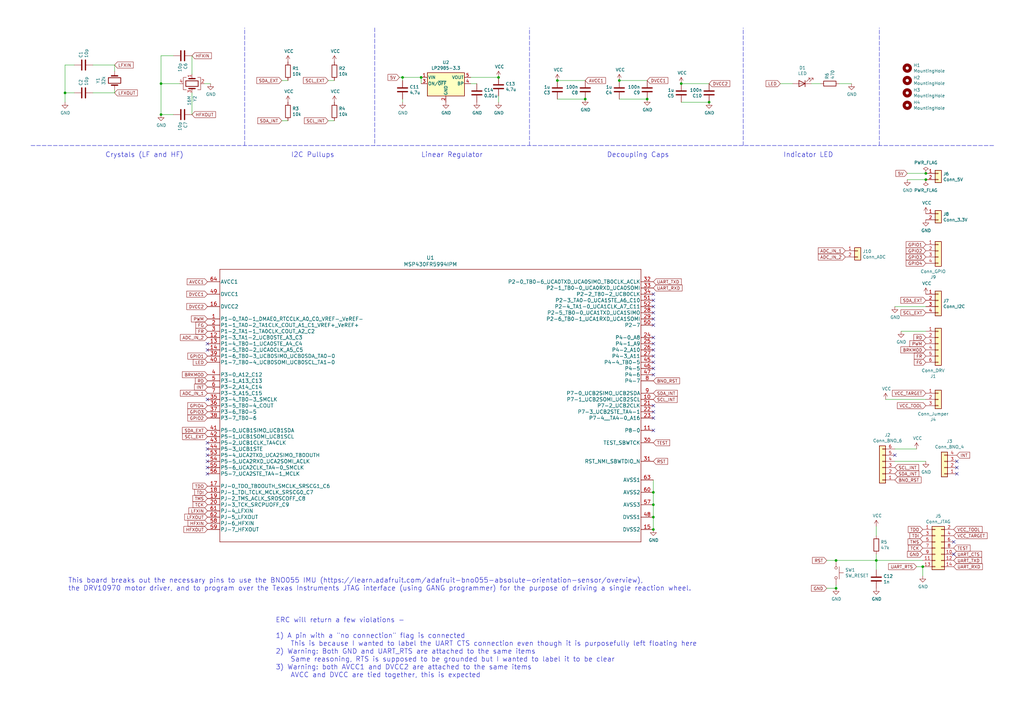
<source format=kicad_sch>
(kicad_sch (version 20211123) (generator eeschema)
  (paper "A3")
  (title_block (title "MSP430 Reaction Wheels Breakout V2") (date "2022-02-15") (company "HSL 2022 - Andrew Buckingham"))
  (lib_symbols
    (symbol "Connector_Generic:Conn_01x02" (pin_names (offset 1.016) hide)
      (property "Reference" "J" (at 0 2.54 0))
      (property "Value" "Conn_01x02" (at 0 -5.08 0))
      (symbol "Conn_01x02_1_1"
        (rectangle (start -1.27 -2.413) (end 0 -2.667) (stroke (width 0.1524)))
        (rectangle (start -1.27 0.127) (end 0 -0.127) (stroke (width 0.1524)))
        (rectangle (start -1.27 1.27) (end 1.27 -3.81) (stroke (width 0.254)) (fill (type background)))
        (pin passive line (at -5.08 0 0) (length 3.81) (name "Pin_1") (number "1"))
        (pin passive line (at -5.08 -2.54 0) (length 3.81) (name "Pin_2") (number "2"))
      )
    )
    (symbol "Connector_Generic:Conn_01x03" (pin_names (offset 1.016) hide)
      (property "Reference" "J" (at 0 5.08 0))
      (property "Value" "Conn_01x03" (at 0 -5.08 0))
      (symbol "Conn_01x03_1_1"
        (rectangle (start -1.27 -2.413) (end 0 -2.667) (stroke (width 0.1524)))
        (rectangle (start -1.27 0.127) (end 0 -0.127) (stroke (width 0.1524)))
        (rectangle (start -1.27 2.667) (end 0 2.413) (stroke (width 0.1524)))
        (rectangle (start -1.27 3.81) (end 1.27 -3.81) (stroke (width 0.254)) (fill (type background)))
        (pin passive line (at -5.08 2.54 0) (length 3.81) (name "Pin_1") (number "1"))
        (pin passive line (at -5.08 0 0) (length 3.81) (name "Pin_2") (number "2"))
        (pin passive line (at -5.08 -2.54 0) (length 3.81) (name "Pin_3") (number "3"))
      )
    )
    (symbol "Connector_Generic:Conn_01x04" (pin_names (offset 1.016) hide)
      (property "Reference" "J" (at 0 5.08 0))
      (property "Value" "Conn_01x04" (at 0 -7.62 0))
      (symbol "Conn_01x04_1_1"
        (rectangle (start -1.27 -4.953) (end 0 -5.207) (stroke (width 0.1524)))
        (rectangle (start -1.27 -2.413) (end 0 -2.667) (stroke (width 0.1524)))
        (rectangle (start -1.27 0.127) (end 0 -0.127) (stroke (width 0.1524)))
        (rectangle (start -1.27 2.667) (end 0 2.413) (stroke (width 0.1524)))
        (rectangle (start -1.27 3.81) (end 1.27 -6.35) (stroke (width 0.254)) (fill (type background)))
        (pin passive line (at -5.08 2.54 0) (length 3.81) (name "Pin_1") (number "1"))
        (pin passive line (at -5.08 0 0) (length 3.81) (name "Pin_2") (number "2"))
        (pin passive line (at -5.08 -2.54 0) (length 3.81) (name "Pin_3") (number "3"))
        (pin passive line (at -5.08 -5.08 0) (length 3.81) (name "Pin_4") (number "4"))
      )
    )
    (symbol "Connector_Generic:Conn_01x06" (pin_names (offset 1.016) hide)
      (property "Reference" "J" (at 0 7.62 0))
      (property "Value" "Conn_01x06" (at 0 -10.16 0))
      (symbol "Conn_01x06_1_1"
        (rectangle (start -1.27 -7.493) (end 0 -7.747) (stroke (width 0.1524)))
        (rectangle (start -1.27 -4.953) (end 0 -5.207) (stroke (width 0.1524)))
        (rectangle (start -1.27 -2.413) (end 0 -2.667) (stroke (width 0.1524)))
        (rectangle (start -1.27 0.127) (end 0 -0.127) (stroke (width 0.1524)))
        (rectangle (start -1.27 2.667) (end 0 2.413) (stroke (width 0.1524)))
        (rectangle (start -1.27 5.207) (end 0 4.953) (stroke (width 0.1524)))
        (rectangle (start -1.27 6.35) (end 1.27 -8.89) (stroke (width 0.254)) (fill (type background)))
        (pin passive line (at -5.08 5.08 0) (length 3.81) (name "Pin_1") (number "1"))
        (pin passive line (at -5.08 2.54 0) (length 3.81) (name "Pin_2") (number "2"))
        (pin passive line (at -5.08 0 0) (length 3.81) (name "Pin_3") (number "3"))
        (pin passive line (at -5.08 -2.54 0) (length 3.81) (name "Pin_4") (number "4"))
        (pin passive line (at -5.08 -5.08 0) (length 3.81) (name "Pin_5") (number "5"))
        (pin passive line (at -5.08 -7.62 0) (length 3.81) (name "Pin_6") (number "6"))
      )
    )
    (symbol "Connector_Generic:Conn_02x07_Odd_Even" (pin_names (offset 1.016) hide)
      (property "Reference" "J" (at 1.27 10.16 0))
      (property "Value" "Conn_02x07_Odd_Even" (at 1.27 -10.16 0))
      (symbol "Conn_02x07_Odd_Even_1_1"
        (rectangle (start -1.27 -7.493) (end 0 -7.747) (stroke (width 0.1524)))
        (rectangle (start -1.27 -4.953) (end 0 -5.207) (stroke (width 0.1524)))
        (rectangle (start -1.27 -2.413) (end 0 -2.667) (stroke (width 0.1524)))
        (rectangle (start -1.27 0.127) (end 0 -0.127) (stroke (width 0.1524)))
        (rectangle (start -1.27 2.667) (end 0 2.413) (stroke (width 0.1524)))
        (rectangle (start -1.27 5.207) (end 0 4.953) (stroke (width 0.1524)))
        (rectangle (start -1.27 7.747) (end 0 7.493) (stroke (width 0.1524)))
        (rectangle (start -1.27 8.89) (end 3.81 -8.89) (stroke (width 0.254)) (fill (type background)))
        (rectangle (start 3.81 -7.493) (end 2.54 -7.747) (stroke (width 0.1524)))
        (rectangle (start 3.81 -4.953) (end 2.54 -5.207) (stroke (width 0.1524)))
        (rectangle (start 3.81 -2.413) (end 2.54 -2.667) (stroke (width 0.1524)))
        (rectangle (start 3.81 0.127) (end 2.54 -0.127) (stroke (width 0.1524)))
        (rectangle (start 3.81 2.667) (end 2.54 2.413) (stroke (width 0.1524)))
        (rectangle (start 3.81 5.207) (end 2.54 4.953) (stroke (width 0.1524)))
        (rectangle (start 3.81 7.747) (end 2.54 7.493) (stroke (width 0.1524)))
        (pin passive line (at -5.08 7.62 0) (length 3.81) (name "Pin_1") (number "1"))
        (pin passive line (at 7.62 -2.54 180) (length 3.81) (name "Pin_10") (number "10"))
        (pin passive line (at -5.08 -5.08 0) (length 3.81) (name "Pin_11") (number "11"))
        (pin passive line (at 7.62 -5.08 180) (length 3.81) (name "Pin_12") (number "12"))
        (pin passive line (at -5.08 -7.62 0) (length 3.81) (name "Pin_13") (number "13"))
        (pin passive line (at 7.62 -7.62 180) (length 3.81) (name "Pin_14") (number "14"))
        (pin passive line (at 7.62 7.62 180) (length 3.81) (name "Pin_2") (number "2"))
        (pin passive line (at -5.08 5.08 0) (length 3.81) (name "Pin_3") (number "3"))
        (pin passive line (at 7.62 5.08 180) (length 3.81) (name "Pin_4") (number "4"))
        (pin passive line (at -5.08 2.54 0) (length 3.81) (name "Pin_5") (number "5"))
        (pin passive line (at 7.62 2.54 180) (length 3.81) (name "Pin_6") (number "6"))
        (pin passive line (at -5.08 0 0) (length 3.81) (name "Pin_7") (number "7"))
        (pin passive line (at 7.62 0 180) (length 3.81) (name "Pin_8") (number "8"))
        (pin passive line (at -5.08 -2.54 0) (length 3.81) (name "Pin_9") (number "9"))
      )
    )
    (symbol "Device:C" (pin_numbers hide) (pin_names (offset 0.254))
      (property "Reference" "C" (at 0.635 2.54 0))
      (property "Value" "C" (at 0.635 -2.54 0))
      (symbol "C_0_1"
        (polyline (pts (xy -2.032 -0.762) (xy 2.032 -0.762)) (stroke (width 0.508)))
        (polyline (pts (xy -2.032 0.762) (xy 2.032 0.762)) (stroke (width 0.508)))
      )
      (symbol "C_1_1"
        (pin passive line (at 0 3.81 270) (length 2.794) (name "~") (number "1"))
        (pin passive line (at 0 -3.81 90) (length 2.794) (name "~") (number "2"))
      )
    )
    (symbol "Device:Crystal" (pin_numbers hide) (pin_names (offset 1.016) hide)
      (property "Reference" "Y" (at 0 3.81 0))
      (property "Value" "Crystal" (at 0 -3.81 0))
      (symbol "Crystal_0_1"
        (rectangle (start -1.143 2.54) (end 1.143 -2.54) (stroke (width 0.3048)))
        (polyline (pts (xy -2.54 0) (xy -1.905 0)))
        (polyline (pts (xy -1.905 -1.27) (xy -1.905 1.27)) (stroke (width 0.508)))
        (polyline (pts (xy 1.905 -1.27) (xy 1.905 1.27)) (stroke (width 0.508)))
        (polyline (pts (xy 2.54 0) (xy 1.905 0)))
      )
      (symbol "Crystal_1_1"
        (pin passive line (at -3.81 0 0) (length 1.27) (name "1") (number "1"))
        (pin passive line (at 3.81 0 180) (length 1.27) (name "2") (number "2"))
      )
    )
    (symbol "Device:Crystal_GND24" (pin_names (offset 1.016) hide)
      (property "Reference" "Y" (at 3.175 5.08 0))
      (property "Value" "Crystal_GND24" (at 3.175 3.175 0))
      (symbol "Crystal_GND24_0_1"
        (rectangle (start -1.143 2.54) (end 1.143 -2.54) (stroke (width 0.3048)))
        (polyline (pts (xy -2.54 0) (xy -2.032 0)))
        (polyline (pts (xy -2.032 -1.27) (xy -2.032 1.27)) (stroke (width 0.508)))
        (polyline (pts (xy 0 -3.81) (xy 0 -3.556)))
        (polyline (pts (xy 0 3.556) (xy 0 3.81)))
        (polyline (pts (xy 2.032 -1.27) (xy 2.032 1.27)) (stroke (width 0.508)))
        (polyline (pts (xy 2.032 0) (xy 2.54 0)))
        (polyline (pts (xy -2.54 -2.286) (xy -2.54 -3.556) (xy 2.54 -3.556) (xy 2.54 -2.286)))
        (polyline (pts (xy -2.54 2.286) (xy -2.54 3.556) (xy 2.54 3.556) (xy 2.54 2.286)))
      )
      (symbol "Crystal_GND24_1_1"
        (pin passive line (at -3.81 0 0) (length 1.27) (name "1") (number "1"))
        (pin passive line (at 0 5.08 270) (length 1.27) (name "2") (number "2"))
        (pin passive line (at 3.81 0 180) (length 1.27) (name "3") (number "3"))
        (pin passive line (at 0 -5.08 90) (length 1.27) (name "4") (number "4"))
      )
    )
    (symbol "Device:LED" (pin_numbers hide) (pin_names (offset 1.016) hide)
      (property "Reference" "D" (at 0 2.54 0))
      (property "Value" "LED" (at 0 -2.54 0))
      (symbol "LED_0_1"
        (polyline (pts (xy -1.27 -1.27) (xy -1.27 1.27)) (stroke (width 0.254)))
        (polyline (pts (xy -1.27 0) (xy 1.27 0)))
        (polyline (pts (xy 1.27 -1.27) (xy 1.27 1.27) (xy -1.27 0) (xy 1.27 -1.27)) (stroke (width 0.254)))
        (polyline (pts (xy -3.048 -0.762) (xy -4.572 -2.286) (xy -3.81 -2.286) (xy -4.572 -2.286) (xy -4.572 -1.524)))
        (polyline (pts (xy -1.778 -0.762) (xy -3.302 -2.286) (xy -2.54 -2.286) (xy -3.302 -2.286) (xy -3.302 -1.524)))
      )
      (symbol "LED_1_1"
        (pin passive line (at -3.81 0 0) (length 2.54) (name "K") (number "1"))
        (pin passive line (at 3.81 0 180) (length 2.54) (name "A") (number "2"))
      )
    )
    (symbol "Device:R" (pin_numbers hide) (pin_names (offset 0))
      (property "Reference" "R" (at 2.032 0 90))
      (property "Value" "R" (at 0 0 90))
      (symbol "R_0_1"
        (rectangle (start -1.016 -2.54) (end 1.016 2.54) (stroke (width 0.254)))
      )
      (symbol "R_1_1"
        (pin passive line (at 0 3.81 270) (length 1.27) (name "~") (number "1"))
        (pin passive line (at 0 -3.81 90) (length 1.27) (name "~") (number "2"))
      )
    )
    (symbol "HS2_Parts:MSP430FR5994IPM" (pin_names (offset 0.254))
      (property "Reference" "U" (at 0 2.54 0))
      (property "Value" "MSP430FR5994IPM" (at 0 0 0))
      (symbol "MSP430FR5994IPM_1_1"
        (polyline (pts (xy -86.36 -55.88) (xy 86.36 -55.88)) (stroke (width 0.2032)))
        (polyline (pts (xy -86.36 55.88) (xy -86.36 -55.88)) (stroke (width 0.2032)))
        (polyline (pts (xy 86.36 -55.88) (xy 86.36 55.88)) (stroke (width 0.2032)))
        (polyline (pts (xy 86.36 55.88) (xy -86.36 55.88)) (stroke (width 0.2032)))
        (pin bidirectional line (at -91.44 35.56 0) (length 5.08) (name "P1-0_TA0-1_DMAE0_RTCCLK_A0_C0_VREF-_VeREF-") (number "1"))
        (pin bidirectional line (at 91.44 2.54 180) (length 5.08) (name "P7-1_UCB2SOMI_UCB2SCL") (number "10"))
        (pin bidirectional line (at 91.44 -10.16 180) (length 5.08) (name "P8-0") (number "11"))
        (pin bidirectional line (at -91.44 27.94 0) (length 5.08) (name "P1-3_TA1-2_UCB0STE_A3_C3") (number "12"))
        (pin bidirectional line (at -91.44 25.4 0) (length 5.08) (name "P1-4_TB0-1_UCA0STE_A4_C4") (number "13"))
        (pin bidirectional line (at -91.44 22.86 0) (length 5.08) (name "P1-5_TB0-2_UCA0CLK_A5_C5") (number "14"))
        (pin power_in line (at 91.44 -50.8 180) (length 5.08) (name "DVSS2") (number "15"))
        (pin power_in line (at -91.44 40.64 0) (length 5.08) (name "DVCC2") (number "16"))
        (pin bidirectional line (at -91.44 -33.02 0) (length 5.08) (name "PJ-0_TDO_TB0OUTH_SMCLK_SRSCG1_C6") (number "17"))
        (pin bidirectional line (at -91.44 -35.56 0) (length 5.08) (name "PJ-1_TDI_TCLK_MCLK_SRSCG0_C7") (number "18"))
        (pin bidirectional line (at -91.44 -38.1 0) (length 5.08) (name "PJ-2_TMS_ACLK_SROSCOFF_C8") (number "19"))
        (pin bidirectional line (at -91.44 33.02 0) (length 5.08) (name "P1-1_TA0-2_TA1CLK_COUT_A1_C1_VREF+_VeREF+") (number "2"))
        (pin bidirectional line (at -91.44 -40.64 0) (length 5.08) (name "PJ-3_TCK_SRCPUOFF_C9") (number "20"))
        (pin bidirectional line (at 91.44 0 180) (length 5.08) (name "P7-2_UCB2CLK") (number "21"))
        (pin bidirectional line (at 91.44 -2.54 180) (length 5.08) (name "P7-3_UCB2STE_TA4-1") (number "22"))
        (pin bidirectional line (at 91.44 -5.08 180) (length 5.08) (name "P7-4__TA4-0_A16") (number "23"))
        (pin bidirectional line (at 91.44 27.94 180) (length 5.08) (name "P4-0_A8") (number "24"))
        (pin bidirectional line (at 91.44 25.4 180) (length 5.08) (name "P4-1_A9") (number "25"))
        (pin bidirectional line (at 91.44 22.86 180) (length 5.08) (name "P4-2_A10") (number "26"))
        (pin bidirectional line (at 91.44 20.32 180) (length 5.08) (name "P4-3_A11") (number "27"))
        (pin bidirectional line (at 91.44 38.1 180) (length 5.08) (name "P2-5_TB0-0_UCA1TXD_UCA1SIMO") (number "28"))
        (pin bidirectional line (at 91.44 35.56 180) (length 5.08) (name "P2-6_TB0-1_UCA1RXD_UCA1SOMI") (number "29"))
        (pin bidirectional line (at -91.44 30.48 0) (length 5.08) (name "P1-2_TA1-1_TA0CLK_COUT_A2_C2") (number "3"))
        (pin input line (at 91.44 -15.24 180) (length 5.08) (name "TEST_SBWTCK") (number "30"))
        (pin bidirectional line (at 91.44 -22.86 180) (length 5.08) (name "RST_NMI_SBWTDIO_N") (number "31"))
        (pin bidirectional line (at 91.44 50.8 180) (length 5.08) (name "P2-0_TB0-6_UCA0TXD_UCA0SIMO_TB0CLK_ACLK") (number "32"))
        (pin bidirectional line (at 91.44 48.26 180) (length 5.08) (name "P2-1_TB0-0_UCA0RXD_UCA0SOMI") (number "33"))
        (pin bidirectional line (at 91.44 45.72 180) (length 5.08) (name "P2-2_TB0-2_UCB0CLK") (number "34"))
        (pin bidirectional line (at -91.44 2.54 0) (length 5.08) (name "P3-4_TB0-3_SMCLK") (number "35"))
        (pin bidirectional line (at -91.44 0 0) (length 5.08) (name "P3-5_TB0-4_COUT") (number "36"))
        (pin bidirectional line (at -91.44 -2.54 0) (length 5.08) (name "P3-6_TB0-5") (number "37"))
        (pin bidirectional line (at -91.44 -5.08 0) (length 5.08) (name "P3-7_TB0-6") (number "38"))
        (pin bidirectional line (at -91.44 20.32 0) (length 5.08) (name "P1-6_TB0-3_UCB0SIMO_UCB0SDA_TA0-0") (number "39"))
        (pin bidirectional line (at -91.44 12.7 0) (length 5.08) (name "P3-0_A12_C12") (number "4"))
        (pin bidirectional line (at -91.44 17.78 0) (length 5.08) (name "P1-7_TB0-4_UCB0SOMI_UCB0SCL_TA1-0") (number "40"))
        (pin bidirectional line (at -91.44 -10.16 0) (length 5.08) (name "P5-0_UCB1SIMO_UCB1SDA") (number "41"))
        (pin bidirectional line (at -91.44 -12.7 0) (length 5.08) (name "P5-1_UCB1SOMI_UCB1SCL") (number "42"))
        (pin bidirectional line (at -91.44 -15.24 0) (length 5.08) (name "P5-2_UCB1CLK_TA4CLK") (number "43"))
        (pin bidirectional line (at -91.44 -17.78 0) (length 5.08) (name "P5-3_UCB1STE") (number "44"))
        (pin bidirectional line (at 91.44 17.78 180) (length 5.08) (name "P4-4_TB0-5") (number "45"))
        (pin bidirectional line (at 91.44 15.24 180) (length 5.08) (name "P4-5") (number "46"))
        (pin bidirectional line (at 91.44 12.7 180) (length 5.08) (name "P4-6") (number "47"))
        (pin power_in line (at 91.44 -45.72 180) (length 5.08) (name "DVSS1") (number "48"))
        (pin power_in line (at -91.44 45.72 0) (length 5.08) (name "DVCC1") (number "49"))
        (pin bidirectional line (at -91.44 10.16 0) (length 5.08) (name "P3-1_A13_C13") (number "5"))
        (pin bidirectional line (at 91.44 33.02 180) (length 5.08) (name "P2-7") (number "50"))
        (pin bidirectional line (at 91.44 43.18 180) (length 5.08) (name "P2-3_TA0-0_UCA1STE_A6_C10") (number "51"))
        (pin bidirectional line (at 91.44 40.64 180) (length 5.08) (name "P2-4_TA1-0_UCA1CLK_A7_C11") (number "52"))
        (pin bidirectional line (at -91.44 -20.32 0) (length 5.08) (name "P5-4_UCA2TXD_UCA2SIMO_TB0OUTH") (number "53"))
        (pin bidirectional line (at -91.44 -22.86 0) (length 5.08) (name "P5-5_UCA2RXD_UCA2SOMI_ACLK") (number "54"))
        (pin bidirectional line (at -91.44 -25.4 0) (length 5.08) (name "P5-6_UCA2CLK_TA4-0_SMCLK") (number "55"))
        (pin bidirectional line (at -91.44 -27.94 0) (length 5.08) (name "P5-7_UCA2STE_TA4-1_MCLK") (number "56"))
        (pin power_in line (at 91.44 -40.64 180) (length 5.08) (name "AVSS3") (number "57"))
        (pin bidirectional line (at -91.44 -48.26 0) (length 5.08) (name "PJ-6_HFXIN") (number "58"))
        (pin bidirectional line (at -91.44 -50.8 0) (length 5.08) (name "PJ-7_HFXOUT") (number "59"))
        (pin bidirectional line (at -91.44 7.62 0) (length 5.08) (name "P3-2_A14_C14") (number "6"))
        (pin power_in line (at 91.44 -35.56 180) (length 5.08) (name "AVSS2") (number "60"))
        (pin bidirectional line (at -91.44 -43.18 0) (length 5.08) (name "PJ-4_LFXIN") (number "61"))
        (pin bidirectional line (at -91.44 -45.72 0) (length 5.08) (name "PJ-5_LFXOUT") (number "62"))
        (pin power_in line (at 91.44 -30.48 180) (length 5.08) (name "AVSS1") (number "63"))
        (pin power_in line (at -91.44 50.8 0) (length 5.08) (name "AVCC1") (number "64"))
        (pin bidirectional line (at -91.44 5.08 0) (length 5.08) (name "P3-3_A15_C15") (number "7"))
        (pin bidirectional line (at 91.44 10.16 180) (length 5.08) (name "P4-7") (number "8"))
        (pin bidirectional line (at 91.44 5.08 180) (length 5.08) (name "P7-0_UCB2SIMO_UCB2SDA") (number "9"))
      )
    )
    (symbol "Mechanical:MountingHole" (pin_names (offset 1.016))
      (property "Reference" "H" (at 0 5.08 0))
      (property "Value" "MountingHole" (at 0 3.175 0))
      (symbol "MountingHole_0_1"
        (circle (center 0 0) (radius 1.27) (stroke (width 1.27)))
      )
    )
    (symbol "Regulator_Linear:LP2985-3.3" (pin_names (offset 0.254))
      (property "Reference" "U" (at -6.35 5.715 0))
      (property "Value" "LP2985-3.3" (at 0 5.715 0))
      (symbol "LP2985-3.3_0_1"
        (rectangle (start -7.62 -5.08) (end 7.62 4.445) (stroke (width 0.254)) (fill (type background)))
      )
      (symbol "LP2985-3.3_1_1"
        (pin power_in line (at -10.16 2.54 0) (length 2.54) (name "VIN") (number "1"))
        (pin power_in line (at 0 -7.62 90) (length 2.54) (name "GND") (number "2"))
        (pin input line (at -10.16 0 0) (length 2.54) (name "ON/~{OFF}") (number "3"))
        (pin input line (at 10.16 0 180) (length 2.54) (name "BP") (number "4"))
        (pin power_out line (at 10.16 2.54 180) (length 2.54) (name "VOUT") (number "5"))
      )
    )
    (symbol "Switch:SW_Push" (pin_numbers hide) (pin_names (offset 1.016) hide)
      (property "Reference" "SW" (at 1.27 2.54 0))
      (property "Value" "SW_Push" (at 0 -1.524 0))
      (symbol "SW_Push_0_1"
        (circle (center -2.032 0) (radius 0.508))
        (polyline (pts (xy 0 1.27) (xy 0 3.048)))
        (polyline (pts (xy 2.54 1.27) (xy -2.54 1.27)))
        (circle (center 2.032 0) (radius 0.508))
        (pin passive line (at -5.08 0 0) (length 2.54) (name "1") (number "1"))
        (pin passive line (at 5.08 0 180) (length 2.54) (name "2") (number "2"))
      )
    )
    (symbol "power:GND" (power) (pin_names (offset 0))
      (property "Value" "GND" (at 0 -3.81 0))
      (symbol "GND_0_1"
        (polyline (pts (xy 0 0) (xy 0 -1.27) (xy 1.27 -1.27) (xy 0 -2.54) (xy -1.27 -1.27) (xy 0 -1.27)))
      )
      (symbol "GND_1_1"
        (pin power_in line (at 0 0 270) (length 0) hide (name "GND") (number "1"))
      )
    )
    (symbol "power:PWR_FLAG" (power) (pin_numbers hide) (pin_names (offset 0) hide)
      (property "Value" "PWR_FLAG" (at 0 3.81 0))
      (symbol "PWR_FLAG_0_0"
        (pin power_out line (at 0 0 90) (length 0) (name "pwr") (number "1"))
      )
      (symbol "PWR_FLAG_0_1"
        (polyline (pts (xy 0 0) (xy 0 1.27) (xy -1.016 1.905) (xy 0 2.54) (xy 1.016 1.905) (xy 0 1.27)))
      )
    )
    (symbol "power:VCC" (power) (pin_names (offset 0))
      (property "Value" "VCC" (at 0 3.81 0))
      (symbol "VCC_0_1"
        (polyline (pts (xy -0.762 1.27) (xy 0 2.54)))
        (polyline (pts (xy 0 0) (xy 0 2.54)))
        (polyline (pts (xy 0 2.54) (xy 0.762 1.27)))
      )
      (symbol "VCC_1_1"
        (pin power_in line (at 0 0 90) (length 0) hide (name "VCC") (number "1"))
      )
    )
  )
  (junction (at 265.43 40.64))
  (junction (at 254 33.02))
  (junction (at 279.4 34.29))
  (junction (at 359.41 229.87))
  (junction (at 172.72 31.75))
  (junction (at 379.73 71.12))
  (junction (at 342.9 241.3))
  (junction (at 342.9 229.87))
  (junction (at 204.47 31.75))
  (junction (at 228.6 33.02))
  (junction (at 379.73 73.66))
  (junction (at 378.46 232.41))
  (junction (at 267.97 201.93))
  (junction (at 240.03 40.64))
  (junction (at 267.97 212.09))
  (junction (at 165.1 31.75))
  (junction (at 66.04 46.99))
  (junction (at 66.04 34.29))
  (junction (at 290.83 41.91))
  (junction (at 267.97 217.17))
  (junction (at 267.97 207.01))
  (junction (at 26.67 38.1))
  (no_connect (at 85.09 143.51))
  (no_connect (at 267.97 120.65))
  (no_connect (at 85.09 184.15))
  (no_connect (at 85.09 191.77))
  (no_connect (at 85.09 194.31))
  (no_connect (at 267.97 171.45))
  (no_connect (at 267.97 138.43))
  (no_connect (at 392.43 189.23))
  (no_connect (at 267.97 140.97))
  (no_connect (at 267.97 151.13))
  (no_connect (at 85.09 140.97))
  (no_connect (at 267.97 148.59))
  (no_connect (at 85.09 189.23))
  (no_connect (at 267.97 123.19))
  (no_connect (at 391.16 222.25))
  (no_connect (at 267.97 146.05))
  (no_connect (at 85.09 181.61))
  (no_connect (at 267.97 133.35))
  (no_connect (at 392.43 191.77))
  (no_connect (at 392.43 194.31))
  (no_connect (at 267.97 166.37))
  (no_connect (at 391.16 227.33))
  (no_connect (at 267.97 125.73))
  (no_connect (at 85.09 163.83))
  (no_connect (at 267.97 168.91))
  (no_connect (at 267.97 176.53))
  (no_connect (at 367.03 186.69))
  (no_connect (at 85.09 186.69))
  (no_connect (at 267.97 143.51))
  (no_connect (at 267.97 130.81))
  (no_connect (at 267.97 128.27))
  (no_connect (at 267.97 153.67))
  (wire (pts (xy 342.9 229.87) (xy 359.41 229.87)))
  (polyline (pts (xy 100.33 59.69) (xy 100.33 11.43)))
  (wire (pts (xy 46.99 36.83) (xy 46.99 38.1)))
  (wire (pts (xy 372.11 73.66) (xy 379.73 73.66)))
  (wire (pts (xy 193.04 34.29) (xy 195.58 34.29)))
  (polyline (pts (xy 12.7 59.69) (xy 407.67 59.69)))
  (wire (pts (xy 265.43 33.02) (xy 254 33.02)))
  (wire (pts (xy 359.41 215.9) (xy 359.41 219.71)))
  (wire (pts (xy 378.46 229.87) (xy 359.41 229.87)))
  (wire (pts (xy 26.67 38.1) (xy 26.67 26.67)))
  (wire (pts (xy 204.47 39.37) (xy 204.47 41.91)))
  (wire (pts (xy 71.12 22.86) (xy 66.04 22.86)))
  (polyline (pts (xy 153.67 11.43) (xy 153.67 59.69)))
  (wire (pts (xy 73.66 34.29) (xy 66.04 34.29)))
  (polyline (pts (xy 360.68 59.69) (xy 360.68 11.43)))
  (wire (pts (xy 66.04 46.99) (xy 71.12 46.99)))
  (wire (pts (xy 172.72 34.29) (xy 172.72 31.75)))
  (wire (pts (xy 115.57 33.02) (xy 118.11 33.02)))
  (wire (pts (xy 378.46 236.22) (xy 378.46 232.41)))
  (wire (pts (xy 46.99 26.67) (xy 38.1 26.67)))
  (wire (pts (xy 26.67 38.1) (xy 26.67 41.91)))
  (wire (pts (xy 163.83 31.75) (xy 165.1 31.75)))
  (wire (pts (xy 372.11 71.12) (xy 379.73 71.12)))
  (wire (pts (xy 66.04 34.29) (xy 66.04 46.99)))
  (wire (pts (xy 339.09 229.87) (xy 342.9 229.87)))
  (wire (pts (xy 78.74 22.86) (xy 78.74 30.48)))
  (wire (pts (xy 134.62 33.02) (xy 137.16 33.02)))
  (wire (pts (xy 336.55 34.29) (xy 332.74 34.29)))
  (wire (pts (xy 115.57 49.53) (xy 118.11 49.53)))
  (wire (pts (xy 379.73 125.73) (xy 367.03 125.73)))
  (wire (pts (xy 359.41 227.33) (xy 359.41 229.87)))
  (wire (pts (xy 379.73 163.83) (xy 363.22 163.83)))
  (wire (pts (xy 375.92 232.41) (xy 378.46 232.41)))
  (wire (pts (xy 367.03 184.15) (xy 375.92 184.15)))
  (wire (pts (xy 228.6 40.64) (xy 240.03 40.64)))
  (wire (pts (xy 78.74 38.1) (xy 78.74 46.99)))
  (wire (pts (xy 204.47 31.75) (xy 193.04 31.75)))
  (wire (pts (xy 134.62 49.53) (xy 137.16 49.53)))
  (wire (pts (xy 369.57 135.89) (xy 379.73 135.89)))
  (wire (pts (xy 279.4 41.91) (xy 290.83 41.91)))
  (wire (pts (xy 267.97 212.09) (xy 267.97 217.17)))
  (wire (pts (xy 254 40.64) (xy 265.43 40.64)))
  (wire (pts (xy 359.41 233.68) (xy 359.41 229.87)))
  (wire (pts (xy 46.99 29.21) (xy 46.99 26.67)))
  (wire (pts (xy 26.67 26.67) (xy 30.48 26.67)))
  (wire (pts (xy 279.4 34.29) (xy 290.83 34.29)))
  (wire (pts (xy 46.99 38.1) (xy 38.1 38.1)))
  (wire (pts (xy 165.1 33.02) (xy 165.1 31.75)))
  (wire (pts (xy 83.82 34.29) (xy 86.36 34.29)))
  (wire (pts (xy 165.1 40.64) (xy 165.1 41.91)))
  (wire (pts (xy 267.97 207.01) (xy 267.97 212.09)))
  (wire (pts (xy 344.17 34.29) (xy 349.25 34.29)))
  (polyline (pts (xy 217.17 59.69) (xy 217.17 11.43)))
  (wire (pts (xy 30.48 38.1) (xy 26.67 38.1)))
  (wire (pts (xy 267.97 201.93) (xy 267.97 207.01)))
  (wire (pts (xy 240.03 33.02) (xy 228.6 33.02)))
  (wire (pts (xy 267.97 196.85) (xy 267.97 201.93)))
  (wire (pts (xy 339.09 241.3) (xy 342.9 241.3)))
  (wire (pts (xy 320.04 34.29) (xy 325.12 34.29)))
  (wire (pts (xy 342.9 240.03) (xy 342.9 241.3)))
  (wire (pts (xy 367.03 189.23) (xy 379.73 189.23)))
  (wire (pts (xy 66.04 22.86) (xy 66.04 34.29)))
  (wire (pts (xy 165.1 31.75) (xy 172.72 31.75)))
  (polyline (pts (xy 304.8 59.69) (xy 304.8 11.43)))
  (text "I2C Pullups" (at 119.38 64.77 0) (effects (font (size 2.0066 2.0066)) (justify left bottom)))
  (text "This board breaks out the necessary pins to use the BNO055 IMU (https://learn.adafruit.com/adafruit-bno055-absolute-orientation-sensor/overview), \nthe DRV10970 motor driver, and to program over the Texas Instruments JTAG interface (using GANG programmer) for the purpose of driving a single reaction wheel. " (at 27.94 242.57 0) (effects (font (size 2.0066 2.0066)) (justify left bottom)))
  (text "ERC will return a few violations - \n\n1) A pin with a \"no connection\" flag is connected\n    This is because I wanted to label the UART CTS connection even though it is purposefully left floating here\n2) Warning: Both GND and UART_RTS are attached to the same items\n    Same reasoning, RTS is supposed to be grounded but I wanted to label it to be clear\n3) Warning: both AVCC1 and DVCC2 are attached to the same items\n    AVCC and DVCC are tied together, this is expected" (at 113.03 278.13 0) (effects (font (size 2 2)) (justify left bottom)))
  (text "Linear Regulator" (at 172.72 64.77 0) (effects (font (size 2.0066 2.0066)) (justify left bottom)))
  (text "Decoupling Caps" (at 248.92 64.77 0) (effects (font (size 2.0066 2.0066)) (justify left bottom)))
  (text "Crystals (LF and HF)" (at 43.18 64.77 0) (effects (font (size 2.0066 2.0066)) (justify left bottom)))
  (text "Indicator LED" (at 321.31 64.77 0) (effects (font (size 2.0066 2.0066)) (justify left bottom)))
  (global_label "BNO_RST" (shape input) (at 367.03 196.85 0) (property "Intersheet References" "${INTERSHEET_REFS}" (effects hide)))
  (global_label "GPIO1" (shape input) (at 379.73 100.33 180) (property "Intersheet References" "${INTERSHEET_REFS}" (effects hide)))
  (global_label "SDA_EXT" (shape input) (at 115.57 33.02 180) (property "Intersheet References" "${INTERSHEET_REFS}" (effects hide)))
  (global_label "FR" (shape input) (at 379.73 146.05 180) (property "Intersheet References" "${INTERSHEET_REFS}" (effects hide)))
  (global_label "PWM" (shape input) (at 85.09 130.81 180) (property "Intersheet References" "${INTERSHEET_REFS}" (effects hide)))
  (global_label "SDA_EXT" (shape input) (at 85.09 176.53 180) (property "Intersheet References" "${INTERSHEET_REFS}" (effects hide)))
  (global_label "GPIO2" (shape input) (at 379.73 102.87 180) (property "Intersheet References" "${INTERSHEET_REFS}" (effects hide)))
  (global_label "GPIO3" (shape input) (at 85.09 168.91 180) (property "Intersheet References" "${INTERSHEET_REFS}" (effects hide)))
  (global_label "HFXIN" (shape input) (at 78.74 22.86 0) (property "Intersheet References" "${INTERSHEET_REFS}" (effects hide)))
  (global_label "LED" (shape input) (at 85.09 148.59 180) (property "Intersheet References" "${INTERSHEET_REFS}" (effects hide)))
  (global_label "UART_RTS" (shape input) (at 375.92 232.41 180) (property "Intersheet References" "${INTERSHEET_REFS}" (effects hide)))
  (global_label "VCC_TOOL" (shape input) (at 391.16 217.17 0) (property "Intersheet References" "${INTERSHEET_REFS}" (effects hide)))
  (global_label "LFXIN" (shape input) (at 85.09 209.55 180) (property "Intersheet References" "${INTERSHEET_REFS}" (effects hide)))
  (global_label "5V" (shape input) (at 372.11 71.12 180) (property "Intersheet References" "${INTERSHEET_REFS}" (effects hide)))
  (global_label "GPIO4" (shape input) (at 379.73 107.95 180) (property "Intersheet References" "${INTERSHEET_REFS}" (effects hide)))
  (global_label "RST" (shape input) (at 339.09 229.87 180) (property "Intersheet References" "${INTERSHEET_REFS}" (effects hide)))
  (global_label "DVCC2" (shape input) (at 85.09 125.73 180) (property "Intersheet References" "${INTERSHEET_REFS}" (effects hide)))
  (global_label "LFXIN" (shape input) (at 46.99 26.67 0) (property "Intersheet References" "${INTERSHEET_REFS}" (effects hide)))
  (global_label "INT" (shape input) (at 392.43 186.69 0) (property "Intersheet References" "${INTERSHEET_REFS}" (effects hide)))
  (global_label "SCL_INT" (shape input) (at 367.03 191.77 0) (property "Intersheet References" "${INTERSHEET_REFS}" (effects hide)))
  (global_label "TDO" (shape input) (at 378.46 217.17 180) (property "Intersheet References" "${INTERSHEET_REFS}" (effects hide)))
  (global_label "TMS" (shape input) (at 85.09 204.47 180) (property "Intersheet References" "${INTERSHEET_REFS}" (effects hide)))
  (global_label "SCL_EXT" (shape input) (at 134.62 33.02 180) (property "Intersheet References" "${INTERSHEET_REFS}" (effects hide)))
  (global_label "RST" (shape input) (at 267.97 189.23 0) (property "Intersheet References" "${INTERSHEET_REFS}" (effects hide)))
  (global_label "FG" (shape input) (at 85.09 133.35 180) (property "Intersheet References" "${INTERSHEET_REFS}" (effects hide)))
  (global_label "SCL_EXT" (shape input) (at 379.73 128.27 180) (property "Intersheet References" "${INTERSHEET_REFS}" (effects hide)))
  (global_label "UART_TXD" (shape input) (at 267.97 115.57 0) (property "Intersheet References" "${INTERSHEET_REFS}" (effects hide)))
  (global_label "GND" (shape input) (at 339.09 241.3 180) (property "Intersheet References" "${INTERSHEET_REFS}" (effects hide)))
  (global_label "TEST" (shape input) (at 267.97 181.61 0) (property "Intersheet References" "${INTERSHEET_REFS}" (effects hide)))
  (global_label "BNO_RST" (shape input) (at 267.97 156.21 0) (property "Intersheet References" "${INTERSHEET_REFS}" (effects hide)))
  (global_label "HFXIN" (shape input) (at 85.09 214.63 180) (property "Intersheet References" "${INTERSHEET_REFS}" (effects hide)))
  (global_label "SCL_EXT" (shape input) (at 85.09 179.07 180) (property "Intersheet References" "${INTERSHEET_REFS}" (effects hide)))
  (global_label "GPIO3" (shape input) (at 379.73 105.41 180) (property "Intersheet References" "${INTERSHEET_REFS}" (effects hide)))
  (global_label "GPIO4" (shape input) (at 85.09 166.37 180) (property "Intersheet References" "${INTERSHEET_REFS}" (effects hide)))
  (global_label "ADC_IN_2" (shape input) (at 85.09 138.43 180) (property "Intersheet References" "${INTERSHEET_REFS}" (effects hide)))
  (global_label "TEST" (shape input) (at 391.16 224.79 0) (property "Intersheet References" "${INTERSHEET_REFS}" (effects hide)))
  (global_label "UART_RXD" (shape input) (at 391.16 232.41 0) (property "Intersheet References" "${INTERSHEET_REFS}" (effects hide)))
  (global_label "SCL_INT" (shape input) (at 267.97 163.83 0) (property "Intersheet References" "${INTERSHEET_REFS}" (effects hide)))
  (global_label "SDA_INT" (shape input) (at 267.97 161.29 0) (property "Intersheet References" "${INTERSHEET_REFS}" (effects hide)))
  (global_label "VCC_TARGET" (shape input) (at 379.73 161.29 180) (property "Intersheet References" "${INTERSHEET_REFS}" (effects hide)))
  (global_label "RD" (shape input) (at 85.09 156.21 180) (property "Intersheet References" "${INTERSHEET_REFS}" (effects hide)))
  (global_label "AVCC1" (shape input) (at 85.09 115.57 180) (property "Intersheet References" "${INTERSHEET_REFS}" (effects hide)))
  (global_label "GPIO1" (shape input) (at 85.09 146.05 180) (property "Intersheet References" "${INTERSHEET_REFS}" (effects hide)))
  (global_label "TCK" (shape input) (at 85.09 207.01 180) (property "Intersheet References" "${INTERSHEET_REFS}" (effects hide)))
  (global_label "5V" (shape input) (at 163.83 31.75 180) (property "Intersheet References" "${INTERSHEET_REFS}" (effects hide)))
  (global_label "LFXOUT" (shape input) (at 85.09 212.09 180) (property "Intersheet References" "${INTERSHEET_REFS}" (effects hide)))
  (global_label "UART_RXD" (shape input) (at 267.97 118.11 0) (property "Intersheet References" "${INTERSHEET_REFS}" (effects hide)))
  (global_label "HFXOUT" (shape input) (at 78.74 46.99 0) (property "Intersheet References" "${INTERSHEET_REFS}" (effects hide)))
  (global_label "BRKMOD" (shape input) (at 85.09 153.67 180) (property "Intersheet References" "${INTERSHEET_REFS}" (effects hide)))
  (global_label "GND" (shape input) (at 378.46 227.33 180) (property "Intersheet References" "${INTERSHEET_REFS}" (effects hide)))
  (global_label "LFXOUT" (shape input) (at 46.99 38.1 0) (property "Intersheet References" "${INTERSHEET_REFS}" (effects hide)))
  (global_label "UART_CTS" (shape input) (at 391.16 227.33 0) (property "Intersheet References" "${INTERSHEET_REFS}" (effects hide)))
  (global_label "LED" (shape input) (at 320.04 34.29 180) (property "Intersheet References" "${INTERSHEET_REFS}" (effects hide)))
  (global_label "AVCC1" (shape input) (at 240.03 33.02 0) (property "Intersheet References" "${INTERSHEET_REFS}" (effects hide)))
  (global_label "DVCC1" (shape input) (at 85.09 120.65 180) (property "Intersheet References" "${INTERSHEET_REFS}" (effects hide)))
  (global_label "HFXOUT" (shape input) (at 85.09 217.17 180) (property "Intersheet References" "${INTERSHEET_REFS}" (effects hide)))
  (global_label "TCK" (shape input) (at 378.46 224.79 180) (property "Intersheet References" "${INTERSHEET_REFS}" (effects hide)))
  (global_label "SDA_INT" (shape input) (at 115.57 49.53 180) (property "Intersheet References" "${INTERSHEET_REFS}" (effects hide)))
  (global_label "ADC_IN_1" (shape input) (at 85.09 161.29 180) (property "Intersheet References" "${INTERSHEET_REFS}" (effects hide)))
  (global_label "PWM" (shape input) (at 379.73 140.97 180) (property "Intersheet References" "${INTERSHEET_REFS}" (effects hide)))
  (global_label "ADC_IN_1" (shape input) (at 346.71 102.87 180) (property "Intersheet References" "${INTERSHEET_REFS}" (effects hide)))
  (global_label "SDA_EXT" (shape input) (at 379.73 123.19 180) (property "Intersheet References" "${INTERSHEET_REFS}" (effects hide)))
  (global_label "VCC_TARGET" (shape input) (at 391.16 219.71 0) (property "Intersheet References" "${INTERSHEET_REFS}" (effects hide)))
  (global_label "TDI" (shape input) (at 378.46 219.71 180) (property "Intersheet References" "${INTERSHEET_REFS}" (effects hide)))
  (global_label "FG" (shape input) (at 379.73 148.59 180) (property "Intersheet References" "${INTERSHEET_REFS}" (effects hide)))
  (global_label "TDI" (shape input) (at 85.09 201.93 180) (property "Intersheet References" "${INTERSHEET_REFS}" (effects hide)))
  (global_label "TDO" (shape input) (at 85.09 199.39 180) (property "Intersheet References" "${INTERSHEET_REFS}" (effects hide)))
  (global_label "GPIO2" (shape input) (at 85.09 171.45 180) (property "Intersheet References" "${INTERSHEET_REFS}" (effects hide)))
  (global_label "ADC_IN_2" (shape input) (at 346.71 105.41 180) (property "Intersheet References" "${INTERSHEET_REFS}" (effects hide)))
  (global_label "DVCC1" (shape input) (at 265.43 33.02 0) (property "Intersheet References" "${INTERSHEET_REFS}" (effects hide)))
  (global_label "SCL_INT" (shape input) (at 134.62 49.53 180) (property "Intersheet References" "${INTERSHEET_REFS}" (effects hide)))
  (global_label "BRKMOD" (shape input) (at 379.73 143.51 180) (property "Intersheet References" "${INTERSHEET_REFS}" (effects hide)))
  (global_label "SDA_INT" (shape input) (at 367.03 194.31 0) (property "Intersheet References" "${INTERSHEET_REFS}" (effects hide)))
  (global_label "FR" (shape input) (at 85.09 135.89 180) (property "Intersheet References" "${INTERSHEET_REFS}" (effects hide)))
  (global_label "VCC_TOOL" (shape input) (at 379.73 166.37 180) (property "Intersheet References" "${INTERSHEET_REFS}" (effects hide)))
  (global_label "RD" (shape input) (at 379.73 138.43 180) (property "Intersheet References" "${INTERSHEET_REFS}" (effects hide)))
  (global_label "UART_TXD" (shape input) (at 391.16 229.87 0) (property "Intersheet References" "${INTERSHEET_REFS}" (effects hide)))
  (global_label "TMS" (shape input) (at 378.46 222.25 180) (property "Intersheet References" "${INTERSHEET_REFS}" (effects hide)))
  (global_label "INT" (shape input) (at 85.09 158.75 180) (property "Intersheet References" "${INTERSHEET_REFS}" (effects hide)))
  (global_label "DVCC2" (shape input) (at 290.83 34.29 0) (property "Intersheet References" "${INTERSHEET_REFS}" (effects hide)))
  (symbol (lib_id "power:GND") (at 342.9 241.3 0) (unit 1)
    (property "Reference" "#PWR014" (effects hide))
    (property "Value" "GND" (at 343.027 245.6942 0))
  )
  (symbol (lib_id "Connector_Generic:Conn_02x07_Odd_Even") (at 383.54 224.79 0) (unit 1)
    (property "Reference" "J5" (at 384.81 211.6582 0))
    (property "Value" "Conn_JTAG" (at 384.81 213.9696 0))
    (property "Footprint" "Connector_PinHeader_2.54mm:PinHeader_2x07_P2.54mm_Vertical" (effects hide))
    (property "Digikey" "https://www.digikey.com/en/products/detail/samtec-inc/TST-107-01-L-D/2685825" (effects hide))
  )
  (symbol (lib_id "Connector_Generic:Conn_01x06") (at 384.81 140.97 0) (unit 1)
    (property "Reference" "J1" (at 382.7272 154.305 0))
    (property "Value" "Conn_DRV" (at 382.7272 151.9936 0))
    (property "Footprint" "Connector_PinSocket_2.54mm:PinSocket_1x06_P2.54mm_Vertical" (effects hide))
    (property "Digikey" "https://www.digikey.com/en/products/detail/sullins-connector-solutions/PPTC061LFBN-RC/810145" (effects hide))
  )
  (symbol (lib_id "Device:R") (at 359.41 223.52 0) (unit 1)
    (property "Reference" "R5" (at 361.188 222.3516 0) (effects (justify left)))
    (property "Value" "47k" (at 361.188 224.663 0) (effects (justify left)))
    (property "Footprint" "Resistor_SMD:R_0805_2012Metric_Pad1.20x1.40mm_HandSolder" (effects hide))
    (property "Digikey" "https://www.digikey.com/en/products/detail/stackpole-electronics-inc/RNCF0805DTE47K0/6241957" (effects hide))
  )
  (symbol (lib_id "power:GND") (at 369.57 135.89 0) (unit 1)
    (property "Reference" "#PWR018" (effects hide))
    (property "Value" "GND" (at 369.697 140.2842 0))
  )
  (symbol (lib_id "Device:C") (at 359.41 237.49 0) (unit 1)
    (property "Reference" "C12" (at 362.331 236.3216 0) (effects (justify left)))
    (property "Value" "1n" (at 362.331 238.633 0) (effects (justify left)))
    (property "Footprint" "Capacitor_SMD:C_0805_2012Metric_Pad1.18x1.45mm_HandSolder" (effects hide))
    (property "Digikey" "https://www.digikey.com/en/products/detail/samsung-electro-mechanics/CL21B102KBCNNNC/3888083" (effects hide))
  )
  (symbol (lib_id "Connector_Generic:Conn_01x06") (at 361.95 191.77 180) (unit 1)
    (property "Reference" "J2" (at 364.0328 178.435 0))
    (property "Value" "Conn_BNO_6" (at 364.0328 180.7464 0))
    (property "Footprint" "Connector_PinSocket_2.54mm:PinSocket_1x06_P2.54mm_Vertical" (effects hide))
    (property "Digikey" "https://www.digikey.com/en/products/detail/sullins-connector-solutions/PPTC061LFBN-RC/810145" (effects hide))
  )
  (symbol (lib_id "power:GND") (at 379.73 189.23 0) (unit 1)
    (property "Reference" "#PWR019" (effects hide))
    (property "Value" "GND" (at 379.857 193.6242 0))
  )
  (symbol (lib_id "power:GND") (at 359.41 241.3 0) (unit 1)
    (property "Reference" "#PWR017" (effects hide))
    (property "Value" "GND" (at 359.537 245.6942 0))
  )
  (symbol (lib_id "power:VCC") (at 359.41 215.9 0) (unit 1)
    (property "Reference" "#PWR016" (effects hide))
    (property "Value" "VCC" (at 359.791 211.5058 0))
  )
  (symbol (lib_id "power:VCC") (at 363.22 163.83 0) (unit 1)
    (property "Reference" "#PWR026" (effects hide))
    (property "Value" "VCC" (at 363.601 159.4358 0))
  )
  (symbol (lib_id "Device:C") (at 165.1 36.83 0) (unit 1)
    (property "Reference" "C11" (at 168.021 35.6616 0) (effects (justify left)))
    (property "Value" "4.7u" (at 168.021 37.973 0) (effects (justify left)))
    (property "Footprint" "Capacitor_SMD:C_0805_2012Metric_Pad1.18x1.45mm_HandSolder" (effects hide))
    (property "Digikey" "https://www.digikey.com/en/products/detail/w%C3%BCrth-elektronik/885012107018/5453483" (effects hide))
  )
  (symbol (lib_id "Device:C") (at 204.47 35.56 0) (unit 1)
    (property "Reference" "C13" (at 207.391 34.3916 0) (effects (justify left)))
    (property "Value" "4.7u" (at 207.391 36.703 0) (effects (justify left)))
    (property "Footprint" "Capacitor_SMD:C_0805_2012Metric_Pad1.18x1.45mm_HandSolder" (effects hide))
    (property "Digikey" "https://www.digikey.com/en/products/detail/w%C3%BCrth-elektronik/885012107018/5453483" (effects hide))
  )
  (symbol (lib_id "power:GND") (at 165.1 41.91 0) (unit 1)
    (property "Reference" "#PWR015" (effects hide))
    (property "Value" "GND" (at 165.227 46.3042 0))
  )
  (symbol (lib_id "power:GND") (at 204.47 41.91 0) (unit 1)
    (property "Reference" "#PWR023" (effects hide))
    (property "Value" "GND" (at 204.597 46.3042 0))
  )
  (symbol (lib_id "power:GND") (at 378.46 236.22 0) (unit 1)
    (property "Reference" "#PWR021" (effects hide))
    (property "Value" "GND" (at 378.587 240.6142 0))
  )
  (symbol (lib_id "HS2_Parts:MSP430FR5994IPM") (at 176.53 166.37 0) (unit 1)
    (property "Reference" "U1" (at 176.53 105.7148 0) (effects (font (size 1.524 1.524))))
    (property "Value" "MSP430FR5994IPM" (at 176.53 108.4072 0) (effects (font (size 1.524 1.524))))
    (property "Footprint" "HS2_parts:MSP430FR5994IPM" (effects hide))
    (property "Digikey" "https://www.digikey.com/en/products/detail/texas-instruments/MSP430FR5994IPM/8106009" (effects hide))
  )
  (symbol (lib_id "power:GND") (at 267.97 217.17 0) (unit 1)
    (property "Reference" "#PWR011" (effects hide))
    (property "Value" "GND" (at 268.097 221.5642 0))
  )
  (symbol (lib_id "Regulator_Linear:LP2985-3.3") (at 182.88 34.29 0) (unit 1)
    (property "Reference" "U2" (at 182.88 25.6032 0))
    (property "Value" "LP2985-3.3" (at 182.88 27.9146 0))
    (property "Footprint" "Package_TO_SOT_SMD:SOT-23-5" (effects hide))
    (property "Datasheet" "http://www.ti.com/lit/ds/symlink/lp2985.pdf" (effects hide))
    (property "Digikey" "https://www.digikey.com/en/products/detail/texas-instruments/LP2985IM5-3-3-NOPB/334961" (effects hide))
  )
  (symbol (lib_id "Device:C") (at 228.6 36.83 180) (unit 1)
    (property "Reference" "C3" (at 225.679 37.9984 0) (effects (justify left)))
    (property "Value" "1u" (at 225.679 35.687 0) (effects (justify left)))
    (property "Footprint" "Capacitor_SMD:C_0805_2012Metric_Pad1.18x1.45mm_HandSolder" (effects hide))
    (property "Digikey" "https://www.digikey.com/en/products/detail/samsung-electro-mechanics/CL21F105ZAFNNNG/3894625" (effects hide))
  )
  (symbol (lib_id "Device:C") (at 240.03 36.83 180) (unit 1)
    (property "Reference" "C8" (at 237.109 37.9984 0) (effects (justify left)))
    (property "Value" "100n" (at 237.109 35.687 0) (effects (justify left)))
    (property "Footprint" "Capacitor_SMD:C_0805_2012Metric_Pad1.18x1.45mm_HandSolder" (effects hide))
    (property "Digikey" "https://www.digikey.com/en/products/detail/samsung-electro-mechanics/CL21B104KBCNFNC/3888102" (effects hide))
  )
  (symbol (lib_id "power:VCC") (at 228.6 33.02 0) (unit 1)
    (property "Reference" "#PWR03" (effects hide))
    (property "Value" "VCC" (at 228.981 28.6258 0))
  )
  (symbol (lib_id "power:GND") (at 372.11 73.66 0) (unit 1)
    (property "Reference" "#PWR024" (effects hide))
    (property "Value" "GND" (at 372.237 78.0542 0))
  )
  (symbol (lib_id "Device:C") (at 254 36.83 180) (unit 1)
    (property "Reference" "C4" (at 251.079 37.9984 0) (effects (justify left)))
    (property "Value" "1u" (at 251.079 35.687 0) (effects (justify left)))
    (property "Footprint" "Capacitor_SMD:C_0805_2012Metric_Pad1.18x1.45mm_HandSolder" (effects hide))
    (property "Digikey" "https://www.digikey.com/en/products/detail/samsung-electro-mechanics/CL21F105ZAFNNNG/3894625" (effects hide))
  )
  (symbol (lib_id "Device:C") (at 265.43 36.83 180) (unit 1)
    (property "Reference" "C9" (at 262.509 37.9984 0) (effects (justify left)))
    (property "Value" "100n" (at 262.509 35.687 0) (effects (justify left)))
    (property "Footprint" "Capacitor_SMD:C_0805_2012Metric_Pad1.18x1.45mm_HandSolder" (effects hide))
    (property "Digikey" "https://www.digikey.com/en/products/detail/samsung-electro-mechanics/CL21B104KBCNFNC/3888102" (effects hide))
  )
  (symbol (lib_id "power:GND") (at 182.88 41.91 0) (unit 1)
    (property "Reference" "#PWR020" (effects hide))
    (property "Value" "GND" (at 183.007 46.3042 0))
  )
  (symbol (lib_id "Device:C") (at 279.4 38.1 180) (unit 1)
    (property "Reference" "C5" (at 276.479 39.2684 0) (effects (justify left)))
    (property "Value" "1u" (at 276.479 36.957 0) (effects (justify left)))
    (property "Footprint" "Capacitor_SMD:C_0805_2012Metric_Pad1.18x1.45mm_HandSolder" (effects hide))
    (property "Digikey" "https://www.digikey.com/en/products/detail/samsung-electro-mechanics/CL21F105ZAFNNNG/3894625" (effects hide))
  )
  (symbol (lib_id "Device:C") (at 290.83 38.1 180) (unit 1)
    (property "Reference" "C10" (at 287.909 39.2684 0) (effects (justify left)))
    (property "Value" "100n" (at 287.909 36.957 0) (effects (justify left)))
    (property "Footprint" "Capacitor_SMD:C_0805_2012Metric_Pad1.18x1.45mm_HandSolder" (effects hide))
    (property "Digikey" "https://www.digikey.com/en/products/detail/samsung-electro-mechanics/CL21B104KBCNFNC/3888102" (effects hide))
  )
  (symbol (lib_id "Device:C") (at 195.58 38.1 0) (unit 1)
    (property "Reference" "C14" (at 198.501 36.9316 0) (effects (justify left)))
    (property "Value" "0.01u" (at 198.501 39.243 0) (effects (justify left)))
    (property "Footprint" "Capacitor_SMD:C_0805_2012Metric_Pad1.18x1.45mm_HandSolder" (effects hide))
    (property "Digikey" "https://www.digikey.com/en/products/detail/CL21B103KAANNNC/1276-2434-1-ND/3890520?itemSeq=372708647" (effects hide))
  )
  (symbol (lib_id "power:GND") (at 195.58 41.91 0) (unit 1)
    (property "Reference" "#PWR027" (effects hide))
    (property "Value" "GND" (at 195.707 46.3042 0))
  )
  (symbol (lib_id "power:GND") (at 240.03 40.64 0) (unit 1)
    (property "Reference" "#PWR07" (effects hide))
    (property "Value" "GND" (at 240.157 45.0342 0))
  )
  (symbol (lib_id "power:VCC") (at 254 33.02 0) (unit 1)
    (property "Reference" "#PWR04" (effects hide))
    (property "Value" "VCC" (at 254.381 28.6258 0))
  )
  (symbol (lib_id "power:GND") (at 265.43 40.64 0) (unit 1)
    (property "Reference" "#PWR08" (effects hide))
    (property "Value" "GND" (at 265.557 45.0342 0))
  )
  (symbol (lib_id "power:VCC") (at 279.4 34.29 0) (unit 1)
    (property "Reference" "#PWR05" (effects hide))
    (property "Value" "VCC" (at 279.781 29.8958 0))
  )
  (symbol (lib_id "Device:Crystal") (at 46.99 33.02 90) (unit 1)
    (property "Reference" "Y1" (at 40.1828 33.02 0))
    (property "Value" "32k" (at 42.4942 33.02 0))
    (property "Footprint" "Crystal:Crystal_SMD_2012-2Pin_2.0x1.2mm" (effects hide))
    (property "Digikey" "https://www.digikey.com/en/products/detail/ecs-inc/ECS-327-12-5-12-TR/2666655" (effects hide))
  )
  (symbol (lib_id "Device:C") (at 34.29 38.1 90) (unit 1)
    (property "Reference" "C2" (at 33.1216 35.179 0) (effects (justify left)))
    (property "Value" "10p" (at 35.433 35.179 0) (effects (justify left)))
    (property "Footprint" "Capacitor_SMD:C_0805_2012Metric_Pad1.18x1.45mm_HandSolder" (effects hide))
    (property "Digikey" "https://www.digikey.com/en/products/detail/samsung-electro-mechanics/CL21C100CBANNNC/3888219" (effects hide))
  )
  (symbol (lib_id "Device:C") (at 34.29 26.67 90) (unit 1)
    (property "Reference" "C1" (at 33.1216 23.749 0) (effects (justify left)))
    (property "Value" "10p" (at 35.433 23.749 0) (effects (justify left)))
    (property "Footprint" "Capacitor_SMD:C_0805_2012Metric_Pad1.18x1.45mm_HandSolder" (effects hide))
    (property "Digikey" "https://www.digikey.com/en/products/detail/samsung-electro-mechanics/CL21C100CBANNNC/3888219" (effects hide))
  )
  (symbol (lib_id "power:GND") (at 26.67 41.91 0) (unit 1)
    (property "Reference" "#PWR01" (effects hide))
    (property "Value" "GND" (at 26.797 46.3042 0))
  )
  (symbol (lib_id "Mechanical:MountingHole") (at 372.11 27.94 0) (unit 1)
    (property "Reference" "H1" (at 374.65 26.7716 0) (effects (justify left)))
    (property "Value" "MountingHole" (at 374.65 29.083 0) (effects (justify left)))
    (property "Footprint" "MountingHole:MountingHole_2.5mm_Pad_Via" (effects hide))
  )
  (symbol (lib_id "Mechanical:MountingHole") (at 372.11 33.02 0) (unit 1)
    (property "Reference" "H2" (at 374.65 31.8516 0) (effects (justify left)))
    (property "Value" "MountingHole" (at 374.65 34.163 0) (effects (justify left)))
    (property "Footprint" "MountingHole:MountingHole_2.5mm_Pad_Via" (effects hide))
  )
  (symbol (lib_id "Mechanical:MountingHole") (at 372.11 38.1 0) (unit 1)
    (property "Reference" "H3" (at 374.65 36.9316 0) (effects (justify left)))
    (property "Value" "MountingHole" (at 374.65 39.243 0) (effects (justify left)))
    (property "Footprint" "MountingHole:MountingHole_2.5mm_Pad_Via" (effects hide))
  )
  (symbol (lib_id "Mechanical:MountingHole") (at 372.11 43.18 0) (unit 1)
    (property "Reference" "H4" (at 374.65 42.0116 0) (effects (justify left)))
    (property "Value" "MountingHole" (at 374.65 44.323 0) (effects (justify left)))
    (property "Footprint" "MountingHole:MountingHole_2.5mm_Pad_Via" (effects hide))
  )
  (symbol (lib_id "Connector_Generic:Conn_01x04") (at 384.81 102.87 0) (unit 1)
    (property "Reference" "J9" (at 382.7272 113.665 0))
    (property "Value" "Conn_GPIO" (at 382.7272 111.3536 0))
    (property "Footprint" "Connector_PinSocket_2.54mm:PinSocket_1x04_P2.54mm_Vertical" (effects hide))
    (property "Digikey" "https://www.digikey.com/en/products/detail/sullins-connector-solutions/PPTC041LFBN-RC/810144" (effects hide))
  )
  (symbol (lib_id "Switch:SW_Push") (at 342.9 234.95 270) (unit 1)
    (property "Reference" "SW1" (at 346.6592 233.7816 90) (effects (justify left)))
    (property "Value" "SW_RESET" (at 346.6592 236.093 90) (effects (justify left)))
    (property "Footprint" "Button_Switch_THT:SW_PUSH_6mm_H5mm" (effects hide))
    (property "Digikey" "https://www.digikey.com/en/products/detail/EVQ-PAE05R/P12192S-ND/287059?itemSeq=372715926" (effects hide))
  )
  (symbol (lib_id "Connector_Generic:Conn_01x04") (at 387.35 191.77 180) (unit 1)
    (property "Reference" "J3" (at 389.4328 180.975 0))
    (property "Value" "Conn_BNO_4" (at 389.4328 183.2864 0))
    (property "Footprint" "Connector_PinSocket_2.54mm:PinSocket_1x04_P2.54mm_Vertical" (effects hide))
    (property "Digikey" "https://www.digikey.com/en/products/detail/sullins-connector-solutions/PPTC041LFBN-RC/810144" (effects hide))
  )
  (symbol (lib_id "Device:R") (at 137.16 29.21 0) (unit 1)
    (property "Reference" "R2" (at 138.938 28.0416 0) (effects (justify left)))
    (property "Value" "10k" (at 138.938 30.353 0) (effects (justify left)))
    (property "Footprint" "Resistor_SMD:R_0805_2012Metric_Pad1.20x1.40mm_HandSolder" (effects hide))
    (property "Digikey" "https://www.digikey.com/en/products/detail/stackpole-electronics-inc/RNCF0805DTE10K0/1708247" (effects hide))
  )
  (symbol (lib_id "Device:R") (at 118.11 29.21 0) (unit 1)
    (property "Reference" "R1" (at 119.888 28.0416 0) (effects (justify left)))
    (property "Value" "10k" (at 119.888 30.353 0) (effects (justify left)))
    (property "Footprint" "Resistor_SMD:R_0805_2012Metric_Pad1.20x1.40mm_HandSolder" (effects hide))
    (property "Digikey" "https://www.digikey.com/en/products/detail/stackpole-electronics-inc/RNCF0805DTE10K0/1708247" (effects hide))
  )
  (symbol (lib_id "power:GND") (at 290.83 41.91 0) (unit 1)
    (property "Reference" "#PWR0106" (effects hide))
    (property "Value" "GND" (at 290.957 46.3042 0))
  )
  (symbol (lib_id "power:VCC") (at 118.11 25.4 0) (unit 1)
    (property "Reference" "#PWR06" (effects hide))
    (property "Value" "VCC" (at 118.491 21.0058 0))
  )
  (symbol (lib_id "power:VCC") (at 137.16 25.4 0) (unit 1)
    (property "Reference" "#PWR09" (effects hide))
    (property "Value" "VCC" (at 137.541 21.0058 0))
  )
  (symbol (lib_id "Device:R") (at 118.11 45.72 0) (unit 1)
    (property "Reference" "R3" (at 119.888 44.5516 0) (effects (justify left)))
    (property "Value" "10k" (at 119.888 46.863 0) (effects (justify left)))
    (property "Footprint" "Resistor_SMD:R_0805_2012Metric_Pad1.20x1.40mm_HandSolder" (effects hide))
    (property "Digikey" "https://www.digikey.com/en/products/detail/stackpole-electronics-inc/RNCF0805DTE10K0/1708247" (effects hide))
  )
  (symbol (lib_id "Device:R") (at 137.16 45.72 0) (unit 1)
    (property "Reference" "R4" (at 138.938 44.5516 0) (effects (justify left)))
    (property "Value" "10k" (at 138.938 46.863 0) (effects (justify left)))
    (property "Footprint" "Resistor_SMD:R_0805_2012Metric_Pad1.20x1.40mm_HandSolder" (effects hide))
    (property "Digikey" "https://www.digikey.com/en/products/detail/stackpole-electronics-inc/RNCF0805DTE10K0/1708247" (effects hide))
  )
  (symbol (lib_id "power:VCC") (at 118.11 41.91 0) (unit 1)
    (property "Reference" "#PWR012" (effects hide))
    (property "Value" "VCC" (at 118.491 37.5158 0))
  )
  (symbol (lib_id "power:VCC") (at 137.16 41.91 0) (unit 1)
    (property "Reference" "#PWR013" (effects hide))
    (property "Value" "VCC" (at 137.541 37.5158 0))
  )
  (symbol (lib_id "Connector_Generic:Conn_01x03") (at 384.81 163.83 0) (unit 1)
    (property "Reference" "J4" (at 382.7272 172.085 0))
    (property "Value" "Conn_Jumper" (at 382.7272 169.7736 0))
    (property "Footprint" "Connector_PinHeader_2.54mm:PinHeader_1x03_P2.54mm_Vertical" (effects hide))
    (property "Digikey" "https://www.digikey.com/en/products/detail/sullins-connector-solutions/PEC03SFAN/859444" (effects hide))
  )
  (symbol (lib_id "power:VCC") (at 204.47 31.75 0) (unit 1)
    (property "Reference" "#PWR025" (effects hide))
    (property "Value" "VCC" (at 204.851 27.3558 0))
  )
  (symbol (lib_id "Device:Crystal_GND24") (at 78.74 34.29 270) (unit 1)
    (property "Reference" "Y2" (at 79.9084 39.2176 0) (effects (justify left)))
    (property "Value" "16M" (at 77.597 39.2176 0) (effects (justify left)))
    (property "Footprint" "Crystal:Crystal_SMD_3225-4Pin_3.2x2.5mm_HandSoldering" (effects hide))
    (property "Digikey" "https://www.digikey.com/en/products/detail/kyocera-international-inc-electronic-components/CX3225SB16000D0GZJC1/5995241" (effects hide))
  )
  (symbol (lib_id "Device:C") (at 74.93 22.86 270) (unit 1)
    (property "Reference" "C6" (at 76.0984 25.781 0) (effects (justify left)))
    (property "Value" "10p" (at 73.787 25.781 0) (effects (justify left)))
    (property "Footprint" "Capacitor_SMD:C_0805_2012Metric_Pad1.18x1.45mm_HandSolder" (effects hide))
    (property "Digikey" "https://www.digikey.com/en/products/detail/samsung-electro-mechanics/CL21C100CBANNNC/3888219" (effects hide))
  )
  (symbol (lib_id "Device:C") (at 74.93 46.99 270) (unit 1)
    (property "Reference" "C7" (at 76.0984 49.911 0) (effects (justify left)))
    (property "Value" "10p" (at 73.787 49.911 0) (effects (justify left)))
    (property "Footprint" "Capacitor_SMD:C_0805_2012Metric_Pad1.18x1.45mm_HandSolder" (effects hide))
    (property "Digikey" "https://www.digikey.com/en/products/detail/samsung-electro-mechanics/CL21C100CBANNNC/3888219" (effects hide))
  )
  (symbol (lib_id "power:GND") (at 66.04 46.99 0) (unit 1)
    (property "Reference" "#PWR02" (effects hide))
    (property "Value" "GND" (at 66.167 51.3842 0))
  )
  (symbol (lib_id "power:GND") (at 86.36 34.29 0) (unit 1)
    (property "Reference" "#PWR010" (effects hide))
    (property "Value" "GND" (at 86.487 38.6842 0))
  )
  (symbol (lib_id "Device:LED") (at 328.93 34.29 180) (unit 1)
    (property "Reference" "D1" (at 329.1078 27.813 0))
    (property "Value" "LED" (at 329.1078 30.1244 0))
    (property "Footprint" "LED_SMD:LED_0805_2012Metric_Pad1.15x1.40mm_HandSolder" (effects hide))
    (property "Digikey" "https://www.digikey.com/en/products/detail/EAST2012RA1/1080-EAST2012RA1CT-ND/11201058?itemSeq=372714086" (effects hide))
  )
  (symbol (lib_id "power:GND") (at 349.25 34.29 0) (unit 1)
    (property "Reference" "#PWR022" (effects hide))
    (property "Value" "GND" (at 349.377 38.6842 0))
  )
  (symbol (lib_id "Device:R") (at 340.36 34.29 90) (unit 1)
    (property "Reference" "R6" (at 339.1916 32.512 0) (effects (justify left)))
    (property "Value" "470" (at 341.503 32.512 0) (effects (justify left)))
    (property "Footprint" "Resistor_SMD:R_0805_2012Metric_Pad1.20x1.40mm_HandSolder" (effects hide))
    (property "Digikey" "https://www.digikey.com/en/products/detail/stackpole-electronics-inc/RNCF0805DTE470R/6241768" (effects hide))
  )
  (symbol (lib_id "Connector_Generic:Conn_01x02") (at 384.81 71.12 0) (unit 1)
    (property "Reference" "J6" (at 386.842 71.3232 0) (effects (justify left)))
    (property "Value" "Conn_5V" (at 386.842 73.6346 0) (effects (justify left)))
    (property "Footprint" "Connector_PinSocket_2.54mm:PinSocket_1x02_P2.54mm_Vertical" (effects hide))
    (property "Digikey" "https://www.digikey.com/en/products/detail/sullins-connector-solutions/PPTC021LFBN-RC/810142" (effects hide))
  )
  (symbol (lib_id "Connector_Generic:Conn_01x04") (at 384.81 123.19 0) (unit 1)
    (property "Reference" "J7" (at 386.842 123.3932 0) (effects (justify left)))
    (property "Value" "Conn_I2C" (at 386.842 125.7046 0) (effects (justify left)))
    (property "Footprint" "Connector_PinSocket_2.54mm:PinSocket_1x04_P2.54mm_Vertical" (effects hide))
    (property "Digikey" "https://www.digikey.com/en/products/detail/sullins-connector-solutions/PPTC041LFBN-RC/810144" (effects hide))
  )
  (symbol (lib_id "power:GND") (at 367.03 125.73 0) (unit 1)
    (property "Reference" "#PWR0101" (effects hide))
    (property "Value" "GND" (at 367.157 130.1242 0))
  )
  (symbol (lib_id "power:VCC") (at 379.73 120.65 0) (unit 1)
    (property "Reference" "#PWR0102" (effects hide))
    (property "Value" "VCC" (at 380.111 116.2558 0))
  )
  (symbol (lib_id "power:VCC") (at 375.92 184.15 0) (unit 1)
    (property "Reference" "#PWR0103" (effects hide))
    (property "Value" "VCC" (at 376.301 179.7558 0))
  )
  (symbol (lib_id "Connector_Generic:Conn_01x02") (at 384.81 87.63 0) (unit 1)
    (property "Reference" "J8" (at 386.842 87.8332 0) (effects (justify left)))
    (property "Value" "Conn_3.3V" (at 386.842 90.1446 0) (effects (justify left)))
    (property "Footprint" "Connector_PinSocket_2.54mm:PinSocket_1x02_P2.54mm_Vertical" (effects hide))
    (property "Digikey" "https://www.digikey.com/en/products/detail/sullins-connector-solutions/PPTC021LFBN-RC/810142" (effects hide))
  )
  (symbol (lib_id "power:VCC") (at 379.73 87.63 0) (unit 1)
    (property "Reference" "#PWR0104" (effects hide))
    (property "Value" "VCC" (at 380.111 83.2358 0))
  )
  (symbol (lib_id "power:GND") (at 379.73 90.17 0) (unit 1)
    (property "Reference" "#PWR0105" (effects hide))
    (property "Value" "GND" (at 379.857 94.5642 0))
  )
  (symbol (lib_id "power:PWR_FLAG") (at 379.73 71.12 0) (unit 1)
    (property "Reference" "#FLG0101" (effects hide))
    (property "Value" "PWR_FLAG" (at 379.73 66.7258 0))
  )
  (symbol (lib_id "power:PWR_FLAG") (at 379.73 73.66 180) (unit 1)
    (property "Reference" "#FLG01" (effects hide))
    (property "Value" "PWR_FLAG" (at 379.73 78.0542 0))
  )
  (symbol (lib_id "Connector_Generic:Conn_01x02") (at 351.79 102.87 0) (unit 1)
    (property "Reference" "J10" (at 353.822 103.0732 0) (effects (justify left)))
    (property "Value" "Conn_ADC" (at 353.822 105.3846 0) (effects (justify left)))
    (property "Footprint" "Connector_PinSocket_2.54mm:PinSocket_1x02_P2.54mm_Vertical" (effects hide))
    (property "Digikey" "https://www.digikey.com/en/products/detail/sullins-connector-solutions/PPTC021LFBN-RC/810142" (effects hide))
  )
)
</source>
